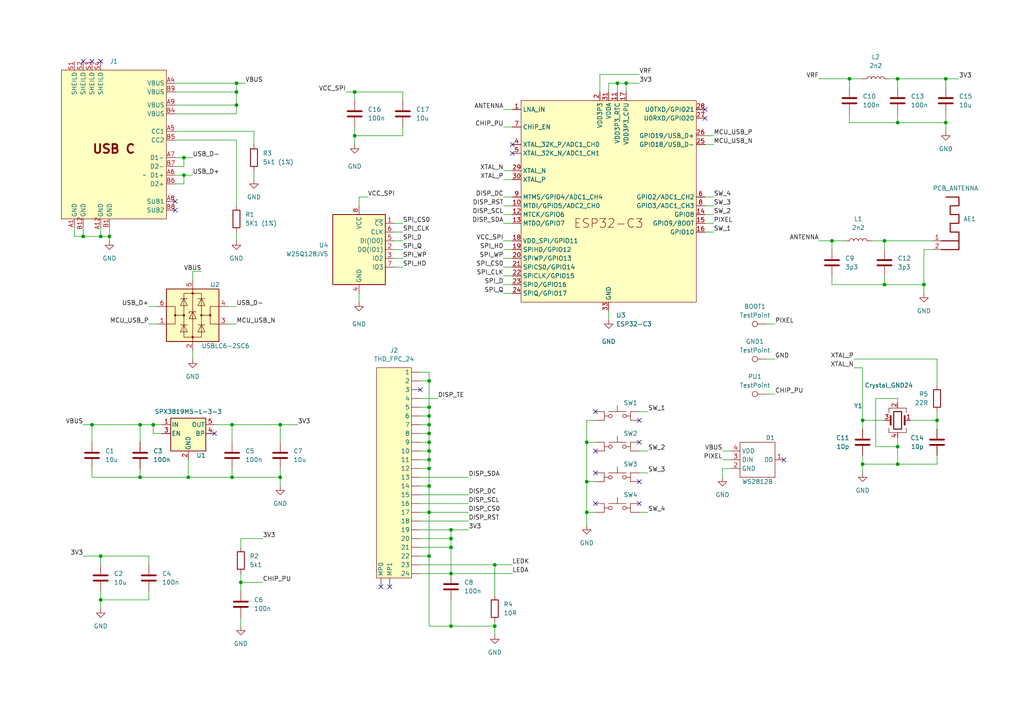
<source format=kicad_sch>
(kicad_sch (version 20230121) (generator eeschema)
  (paper "A4")
  (lib_symbols
    (symbol "Connector:TestPoint" (pin_numbers hide) (pin_names (offset 0.762) hide)
      (property "Reference" "TP" (at 0 6.858 0))
      (property "Value" "TestPoint" (at 0 5.08 0))
      (symbol "TestPoint_0_1"
        (circle (center 0 3.302) (radius 0.762))
      )
      (symbol "TestPoint_1_1"
        (pin passive line (at 0 0 90) (length 2.54) (name "1") (number "1"))
      )
    )
    (symbol "Device:C" (pin_numbers hide) (pin_names (offset 0.254))
      (property "Reference" "C" (at 0.635 2.54 0))
      (property "Value" "C" (at 0.635 -2.54 0))
      (symbol "C_0_1"
        (polyline (pts (xy -2.032 -0.762) (xy 2.032 -0.762)) (stroke (width 0.508)))
        (polyline (pts (xy -2.032 0.762) (xy 2.032 0.762)) (stroke (width 0.508)))
      )
      (symbol "C_1_1"
        (pin passive line (at 0 3.81 270) (length 2.794) (name "~") (number "1"))
        (pin passive line (at 0 -3.81 90) (length 2.794) (name "~") (number "2"))
      )
    )
    (symbol "Device:Crystal_GND24" (pin_names (offset 1.016) hide)
      (property "Reference" "Y" (at 3.175 5.08 0))
      (property "Value" "Crystal_GND24" (at 3.175 3.175 0))
      (symbol "Crystal_GND24_0_1"
        (rectangle (start -1.143 2.54) (end 1.143 -2.54) (stroke (width 0.3048)))
        (polyline (pts (xy -2.54 0) (xy -2.032 0)))
        (polyline (pts (xy -2.032 -1.27) (xy -2.032 1.27)) (stroke (width 0.508)))
        (polyline (pts (xy 0 -3.81) (xy 0 -3.556)))
        (polyline (pts (xy 0 3.556) (xy 0 3.81)))
        (polyline (pts (xy 2.032 -1.27) (xy 2.032 1.27)) (stroke (width 0.508)))
        (polyline (pts (xy 2.032 0) (xy 2.54 0)))
        (polyline (pts (xy -2.54 -2.286) (xy -2.54 -3.556) (xy 2.54 -3.556) (xy 2.54 -2.286)))
        (polyline (pts (xy -2.54 2.286) (xy -2.54 3.556) (xy 2.54 3.556) (xy 2.54 2.286)))
      )
      (symbol "Crystal_GND24_1_1"
        (pin passive line (at -3.81 0 0) (length 1.27) (name "1") (number "1"))
        (pin passive line (at 0 5.08 270) (length 1.27) (name "2") (number "2"))
        (pin passive line (at 3.81 0 180) (length 1.27) (name "3") (number "3"))
        (pin passive line (at 0 -5.08 90) (length 1.27) (name "4") (number "4"))
      )
    )
    (symbol "Device:L" (pin_numbers hide) (pin_names (offset 1.016) hide)
      (property "Reference" "L" (at -1.27 0 90))
      (property "Value" "L" (at 1.905 0 90))
      (symbol "L_0_1"
        (arc (start 0 -2.54) (mid 0.6323 -1.905) (end 0 -1.27))
        (arc (start 0 -1.27) (mid 0.6323 -0.635) (end 0 0))
        (arc (start 0 0) (mid 0.6323 0.635) (end 0 1.27))
        (arc (start 0 1.27) (mid 0.6323 1.905) (end 0 2.54))
      )
      (symbol "L_1_1"
        (pin passive line (at 0 3.81 270) (length 1.27) (name "1") (number "1"))
        (pin passive line (at 0 -3.81 90) (length 1.27) (name "2") (number "2"))
      )
    )
    (symbol "Device:R" (pin_numbers hide) (pin_names (offset 0))
      (property "Reference" "R" (at 2.032 0 90))
      (property "Value" "R" (at 0 0 90))
      (symbol "R_0_1"
        (rectangle (start -1.016 -2.54) (end 1.016 2.54) (stroke (width 0.254)))
      )
      (symbol "R_1_1"
        (pin passive line (at 0 3.81 270) (length 1.27) (name "~") (number "1"))
        (pin passive line (at 0 -3.81 90) (length 1.27) (name "~") (number "2"))
      )
    )
    (symbol "Firefly:PCB_ANTENNA" (in_bom no)
      (property "Reference" "AE" (at 0 0 0))
      (property "Value" "PCB_ANTENNA" (at 0 0 0))
      (symbol "PCB_ANTENNA_0_1"
        (polyline (pts (xy 0 -6.35) (xy -5.08 -6.35)) (stroke (width 0.3)))
        (polyline (pts (xy -2.54 -1.27) (xy -2.54 -3.81) (xy 0 -3.81)) (stroke (width 0.3)))
        (polyline (pts (xy 0 -3.81) (xy 0 -6.35) (xy 0 -8.89) (xy -5.08 -8.89)) (stroke (width 0.3)))
        (polyline (pts (xy -3.81 6.35) (xy 0 6.35) (xy 0 3.81) (xy -2.54 3.81) (xy -2.54 1.27) (xy 0 1.27) (xy 0 -1.27) (xy -2.54 -1.27)) (stroke (width 0.3)))
      )
      (symbol "PCB_ANTENNA_1_1"
        (pin input line (at -7.62 -6.35 0) (length 2.54) (name "") (number "1"))
        (pin input line (at -7.62 -8.89 0) (length 2.54) (name "") (number "2"))
      )
    )
    (symbol "Firefly:USB_C_SINK"
      (property "Reference" "J" (at 16.51 -17.78 0))
      (symbol "USB_C_SINK_1_1"
        (rectangle (start -15.24 22.86) (end 15.24 -20.32) (fill (type background)))
        (text "USB C" (at 0 0 0) (effects (font (size 2.54 2.54) bold)))
        (pin passive line (at -11.43 -22.86 90) (length 2.54) (name "GND") (number "A1"))
        (pin passive line (at -3.81 -22.86 90) (length 2.54) (name "GND") (number "A12"))
        (pin passive line (at 17.78 19.05 180) (length 2.54) (name "VBUS") (number "A4"))
        (pin bidirectional line (at 17.78 5.08 180) (length 2.54) (name "CC1") (number "A5"))
        (pin bidirectional line (at 17.78 -7.62 180) (length 2.54) (name "D1+") (number "A6"))
        (pin bidirectional line (at 17.78 -2.54 180) (length 2.54) (name "D1-") (number "A7"))
        (pin bidirectional line (at 17.78 -15.24 180) (length 2.54) (name "SUB1") (number "A8"))
        (pin bidirectional line (at 17.78 12.7 180) (length 2.54) (name "VBUS") (number "A9"))
        (pin passive line (at -1.27 -22.86 90) (length 2.54) (name "GND") (number "B1"))
        (pin passive line (at -8.89 -22.86 90) (length 2.54) (name "GND") (number "B12"))
        (pin bidirectional line (at 17.78 10.16 180) (length 2.54) (name "VBUS") (number "B4"))
        (pin bidirectional line (at 17.78 2.54 180) (length 2.54) (name "CC2") (number "B5"))
        (pin bidirectional line (at 17.78 -10.16 180) (length 2.54) (name "D2+") (number "B6"))
        (pin bidirectional line (at 17.78 -5.08 180) (length 2.54) (name "D2-") (number "B7"))
        (pin bidirectional line (at 17.78 -17.78 180) (length 2.54) (name "SUB2") (number "B8"))
        (pin passive line (at 17.78 16.51 180) (length 2.54) (name "VBUS") (number "B9"))
        (pin passive line (at -11.43 25.4 270) (length 2.54) (name "SHEILD") (number "S1"))
        (pin passive line (at -8.89 25.4 270) (length 2.54) (name "SHEILD") (number "S2"))
        (pin passive line (at -6.35 25.4 270) (length 2.54) (name "SHEILD") (number "S3"))
        (pin passive line (at -3.81 25.4 270) (length 2.54) (name "SHEILD") (number "S4"))
      )
    )
    (symbol "Memory_Flash:W25Q128JVS"
      (property "Reference" "U" (at -8.89 8.89 0))
      (property "Value" "W25Q128JVS" (at 7.62 8.89 0))
      (symbol "W25Q128JVS_0_1"
        (rectangle (start -7.62 10.16) (end 7.62 -10.16) (stroke (width 0.254)) (fill (type background)))
      )
      (symbol "W25Q128JVS_1_1"
        (pin input line (at -10.16 7.62 0) (length 2.54) (name "~{CS}") (number "1"))
        (pin bidirectional line (at -10.16 0 0) (length 2.54) (name "DO(IO1)") (number "2"))
        (pin bidirectional line (at -10.16 -2.54 0) (length 2.54) (name "IO2") (number "3"))
        (pin power_in line (at 0 -12.7 90) (length 2.54) (name "GND") (number "4"))
        (pin bidirectional line (at -10.16 2.54 0) (length 2.54) (name "DI(IO0)") (number "5"))
        (pin input line (at -10.16 5.08 0) (length 2.54) (name "CLK") (number "6"))
        (pin bidirectional line (at -10.16 -5.08 0) (length 2.54) (name "IO3") (number "7"))
        (pin power_in line (at 0 12.7 270) (length 2.54) (name "VCC") (number "8"))
      )
    )
    (symbol "PCM_Espressif:ESP32-C3"
      (property "Reference" "U" (at -25.4 35.56 0))
      (property "Value" "ESP32-C3" (at -25.4 33.02 0))
      (symbol "ESP32-C3_0_0"
        (text "ESP32-C3" (at 0 -5.08 0) (effects (font (size 2.54 2.54))))
        (pin bidirectional line (at -27.94 27.94 0) (length 2.54) (name "LNA_IN") (number "1"))
        (pin bidirectional line (at -27.94 0 0) (length 2.54) (name "MTDI/GPIO5/ADC2_CH0") (number "10"))
        (pin power_in line (at 2.54 33.02 270) (length 2.54) (name "VDD3P3_RTC") (number "11"))
        (pin bidirectional line (at -27.94 -2.54 0) (length 2.54) (name "MTCK/GPIO6") (number "12"))
        (pin bidirectional line (at -27.94 -5.08 0) (length 2.54) (name "MTDO/GPIO7") (number "13"))
        (pin bidirectional line (at 27.94 -2.54 180) (length 2.54) (name "GPIO8") (number "14"))
        (pin bidirectional line (at 27.94 -5.08 180) (length 2.54) (name "GPIO9/BOOT") (number "15"))
        (pin bidirectional line (at 27.94 -7.62 180) (length 2.54) (name "GPIO10") (number "16"))
        (pin power_in line (at 5.08 33.02 270) (length 2.54) (name "VDD3P3_CPU") (number "17"))
        (pin bidirectional line (at -27.94 -10.16 0) (length 2.54) (name "VDD_SPI/GPIO11") (number "18"))
        (pin bidirectional line (at -27.94 -12.7 0) (length 2.54) (name "SPIHD/GPIO12") (number "19"))
        (pin power_in line (at -2.54 33.02 270) (length 2.54) (name "VDD3P3") (number "2"))
        (pin bidirectional line (at -27.94 -15.24 0) (length 2.54) (name "SPIWP/GPIO13") (number "20"))
        (pin bidirectional line (at -27.94 -17.78 0) (length 2.54) (name "SPICS0/GPIO14") (number "21"))
        (pin bidirectional line (at -27.94 -20.32 0) (length 2.54) (name "SPICLK/GPIO15") (number "22"))
        (pin bidirectional line (at -27.94 -22.86 0) (length 2.54) (name "SPID/GPIO16") (number "23"))
        (pin bidirectional line (at -27.94 -25.4 0) (length 2.54) (name "SPIQ/GPIO17") (number "24"))
        (pin bidirectional line (at 27.94 17.78 180) (length 2.54) (name "GPIO18/USB_D-") (number "25"))
        (pin bidirectional line (at 27.94 20.32 180) (length 2.54) (name "GPIO19/USB_D+") (number "26"))
        (pin bidirectional line (at 27.94 25.4 180) (length 2.54) (name "U0RXD/GPIO20") (number "27"))
        (pin bidirectional line (at 27.94 27.94 180) (length 2.54) (name "U0TXD/GPIO21") (number "28"))
        (pin output line (at -27.94 10.16 0) (length 2.54) (name "XTAL_N") (number "29"))
        (pin input line (at -27.94 7.62 0) (length 2.54) (name "XTAL_P") (number "30"))
        (pin power_in line (at 0 33.02 270) (length 2.54) (name "VDDA") (number "31"))
        (pin power_in line (at 0 -30.48 90) (length 2.54) (name "GND") (number "33"))
        (pin output line (at -27.94 17.78 0) (length 2.54) (name "XTAL_32K_P/ADC1_CH0") (number "4"))
        (pin input line (at -27.94 15.24 0) (length 2.54) (name "XTAL_32K_N/ADC1_CH1") (number "5"))
        (pin bidirectional line (at 27.94 2.54 180) (length 2.54) (name "GPIO2/ADC1_CH2") (number "6"))
        (pin input line (at -27.94 22.86 0) (length 2.54) (name "CHIP_EN") (number "7"))
        (pin bidirectional line (at 27.94 0 180) (length 2.54) (name "GPIO3/ADC1_CH3") (number "8"))
        (pin bidirectional line (at -27.94 2.54 0) (length 2.54) (name "MTMS/GPIO4/ADC1_CH4") (number "9"))
      )
      (symbol "ESP32-C3_0_1"
        (rectangle (start -25.4 30.48) (end 25.4 -27.94) (fill (type background)))
        (pin passive line (at -2.54 33.02 270) (length 2.54) hide (name "VDD3P3") (number "3"))
        (pin passive line (at 0 33.02 270) (length 2.54) hide (name "VDDA") (number "32"))
      )
    )
    (symbol "Power_Protection:USBLC6-2SC6" (pin_names hide)
      (property "Reference" "U" (at 2.54 8.89 0))
      (property "Value" "USBLC6-2SC6" (at 2.54 -8.89 0))
      (symbol "USBLC6-2SC6_0_1"
        (rectangle (start -7.62 -7.62) (end 7.62 7.62) (stroke (width 0.254)) (fill (type background)))
        (circle (center -5.08 0) (radius 0.254) (fill (type outline)))
        (circle (center -2.54 0) (radius 0.254) (fill (type outline)))
        (rectangle (start -2.54 6.35) (end 2.54 -6.35))
        (circle (center 0 -6.35) (radius 0.254) (fill (type outline)))
        (polyline (pts (xy -5.08 -2.54) (xy -7.62 -2.54)))
        (polyline (pts (xy -5.08 0) (xy -5.08 -2.54)))
        (polyline (pts (xy -5.08 2.54) (xy -7.62 2.54)))
        (polyline (pts (xy -1.524 -2.794) (xy -3.556 -2.794)))
        (polyline (pts (xy -1.524 4.826) (xy -3.556 4.826)))
        (polyline (pts (xy 0 -7.62) (xy 0 -6.35)))
        (polyline (pts (xy 0 -6.35) (xy 0 1.27)))
        (polyline (pts (xy 0 1.27) (xy 0 6.35)))
        (polyline (pts (xy 0 6.35) (xy 0 7.62)))
        (polyline (pts (xy 1.524 -2.794) (xy 3.556 -2.794)))
        (polyline (pts (xy 1.524 4.826) (xy 3.556 4.826)))
        (polyline (pts (xy 5.08 -2.54) (xy 7.62 -2.54)))
        (polyline (pts (xy 5.08 0) (xy 5.08 -2.54)))
        (polyline (pts (xy 5.08 2.54) (xy 7.62 2.54)))
        (polyline (pts (xy -2.54 0) (xy -5.08 0) (xy -5.08 2.54)))
        (polyline (pts (xy 2.54 0) (xy 5.08 0) (xy 5.08 2.54)))
        (polyline (pts (xy -3.556 -4.826) (xy -1.524 -4.826) (xy -2.54 -2.794) (xy -3.556 -4.826)))
        (polyline (pts (xy -3.556 2.794) (xy -1.524 2.794) (xy -2.54 4.826) (xy -3.556 2.794)))
        (polyline (pts (xy -1.016 -1.016) (xy 1.016 -1.016) (xy 0 1.016) (xy -1.016 -1.016)))
        (polyline (pts (xy 1.016 1.016) (xy 0.762 1.016) (xy -1.016 1.016) (xy -1.016 0.508)))
        (polyline (pts (xy 3.556 -4.826) (xy 1.524 -4.826) (xy 2.54 -2.794) (xy 3.556 -4.826)))
        (polyline (pts (xy 3.556 2.794) (xy 1.524 2.794) (xy 2.54 4.826) (xy 3.556 2.794)))
        (circle (center 0 6.35) (radius 0.254) (fill (type outline)))
        (circle (center 2.54 0) (radius 0.254) (fill (type outline)))
        (circle (center 5.08 0) (radius 0.254) (fill (type outline)))
      )
      (symbol "USBLC6-2SC6_1_1"
        (pin passive line (at -10.16 -2.54 0) (length 2.54) (name "I/O1") (number "1"))
        (pin passive line (at 0 -10.16 90) (length 2.54) (name "GND") (number "2"))
        (pin passive line (at 10.16 -2.54 180) (length 2.54) (name "I/O2") (number "3"))
        (pin passive line (at 10.16 2.54 180) (length 2.54) (name "I/O2") (number "4"))
        (pin passive line (at 0 10.16 270) (length 2.54) (name "VBUS") (number "5"))
        (pin passive line (at -10.16 2.54 0) (length 2.54) (name "I/O1") (number "6"))
      )
    )
    (symbol "Regulator_Linear:SPX3819M5-L-3-3" (pin_names (offset 0.254))
      (property "Reference" "U" (at -3.81 5.715 0))
      (property "Value" "SPX3819M5-L-3-3" (at 0 5.715 0))
      (symbol "SPX3819M5-L-3-3_0_1"
        (rectangle (start -5.08 4.445) (end 5.08 -5.08) (stroke (width 0.254)) (fill (type background)))
      )
      (symbol "SPX3819M5-L-3-3_1_1"
        (pin power_in line (at -7.62 2.54 0) (length 2.54) (name "IN") (number "1"))
        (pin power_in line (at 0 -7.62 90) (length 2.54) (name "GND") (number "2"))
        (pin input line (at -7.62 0 0) (length 2.54) (name "EN") (number "3"))
        (pin input line (at 7.62 0 180) (length 2.54) (name "BP") (number "4"))
        (pin power_out line (at 7.62 2.54 180) (length 2.54) (name "OUT") (number "5"))
      )
    )
    (symbol "firefly:SW_tact_52x52" (pin_numbers hide) (pin_names hide)
      (property "Reference" "SW" (at 0 3.81 0))
      (property "Value" "SW_tact_52x52" (at 0 -3.81 0))
      (symbol "SW_tact_52x52_0_1"
        (circle (center -2.032 0) (radius 0.508))
        (polyline (pts (xy -3.81 0) (xy -2.54 0)))
        (polyline (pts (xy -3.81 1.27) (xy -3.81 -1.27)))
        (polyline (pts (xy 0 1.27) (xy 0 3.048)))
        (polyline (pts (xy 2.54 1.27) (xy -2.54 1.27)))
        (polyline (pts (xy 3.81 0) (xy 2.54 0)))
        (polyline (pts (xy 3.81 1.27) (xy 3.81 -1.27)))
        (circle (center 2.032 0) (radius 0.508))
        (pin passive line (at -6.35 1.27 0) (length 2.54) (name "1") (number "1"))
        (pin passive line (at 6.35 1.27 180) (length 2.54) (name "2") (number "2"))
        (pin passive line (at -6.35 -1.27 0) (length 2.54) (name "3") (number "3"))
        (pin passive line (at 6.35 -1.27 180) (length 2.54) (name "4") (number "4"))
      )
    )
    (symbol "firefly:THD_FPC_24" (pin_numbers hide)
      (property "Reference" "J" (at 3.81 0 0))
      (property "Value" "THD_FPC_24" (at 1.27 8.89 0))
      (symbol "THD_FPC_24_0_1"
        (rectangle (start -6.35 7.62) (end 3.81 -53.34) (fill (type background)))
      )
      (symbol "THD_FPC_24_1_1"
        (pin input line (at 6.35 6.35 180) (length 2.54) (name "1") (number "1"))
        (pin input line (at 6.35 -16.51 180) (length 2.54) (name "10") (number "10"))
        (pin input line (at 6.35 -19.05 180) (length 2.54) (name "11") (number "11"))
        (pin input line (at 6.35 -21.59 180) (length 2.54) (name "12") (number "12"))
        (pin input line (at 6.35 -24.13 180) (length 2.54) (name "13") (number "13"))
        (pin input line (at 6.35 -26.67 180) (length 2.54) (name "14") (number "14"))
        (pin input line (at 6.35 -29.21 180) (length 2.54) (name "15") (number "15"))
        (pin input line (at 6.35 -31.75 180) (length 2.54) (name "16") (number "16"))
        (pin input line (at 6.35 -34.29 180) (length 2.54) (name "17") (number "17"))
        (pin input line (at 6.35 -36.83 180) (length 2.54) (name "18") (number "18"))
        (pin input line (at 6.35 -39.37 180) (length 2.54) (name "19") (number "19"))
        (pin input line (at 6.35 3.81 180) (length 2.54) (name "2") (number "2"))
        (pin input line (at 6.35 -41.91 180) (length 2.54) (name "20") (number "20"))
        (pin input line (at 6.35 -44.45 180) (length 2.54) (name "21") (number "21"))
        (pin input line (at 6.35 -46.99 180) (length 2.54) (name "22") (number "22"))
        (pin input line (at 6.35 -49.53 180) (length 2.54) (name "23") (number "23"))
        (pin input line (at 6.35 -52.07 180) (length 2.54) (name "24") (number "24"))
        (pin input line (at 6.35 1.27 180) (length 2.54) (name "3") (number "3"))
        (pin input line (at 6.35 -1.27 180) (length 2.54) (name "4") (number "4"))
        (pin input line (at 6.35 -3.81 180) (length 2.54) (name "5") (number "5"))
        (pin input line (at 6.35 -6.35 180) (length 2.54) (name "6") (number "6"))
        (pin input line (at 6.35 -8.89 180) (length 2.54) (name "7") (number "7"))
        (pin input line (at 6.35 -11.43 180) (length 2.54) (name "8") (number "8"))
        (pin input line (at 6.35 -13.97 180) (length 2.54) (name "9") (number "9"))
        (pin passive line (at -5.08 -55.88 90) (length 2.54) (name "MP0") (number "MP0"))
        (pin passive line (at -2.54 -55.88 90) (length 2.54) (name "MP1") (number "MP1"))
      )
    )
    (symbol "firefly:WS2812B"
      (property "Reference" "D" (at 0 -6.35 0))
      (property "Value" "WS2812B" (at 0 6.35 0))
      (symbol "WS2812B_0_1"
        (rectangle (start -5.08 5.08) (end 5.08 -5.08))
      )
      (symbol "WS2812B_1_1"
        (pin output line (at 7.62 0 180) (length 2.54) (name "D0") (number "1"))
        (pin power_in line (at -7.62 -2.54 0) (length 2.54) (name "GND") (number "2"))
        (pin input line (at -7.62 0 0) (length 2.54) (name "DIN") (number "3"))
        (pin power_in line (at -7.62 2.54 0) (length 2.54) (name "VDD") (number "4"))
      )
    )
    (symbol "power:GND" (power) (pin_names (offset 0))
      (property "Value" "GND" (at 0 -3.81 0))
      (symbol "GND_0_1"
        (polyline (pts (xy 0 0) (xy 0 -1.27) (xy 1.27 -1.27) (xy 0 -2.54) (xy -1.27 -1.27) (xy 0 -1.27)))
      )
      (symbol "GND_1_1"
        (pin power_in line (at 0 0 270) (length 0) hide (name "GND") (number "1"))
      )
    )
  )
  (junction (at 271.78 121.92))
  (junction (at 241.3 69.85))
  (junction (at 274.32 22.86))
  (junction (at 40.64 123.19))
  (junction (at 130.81 166.37))
  (junction (at 256.54 82.55))
  (junction (at 40.64 138.43))
  (junction (at 170.18 139.7))
  (junction (at 181.61 24.13))
  (junction (at 260.35 129.54))
  (junction (at 130.81 156.21))
  (junction (at 246.38 22.86))
  (junction (at 29.21 161.29))
  (junction (at 102.87 39.37))
  (junction (at 44.45 123.19))
  (junction (at 250.19 134.62))
  (junction (at 170.18 128.27))
  (junction (at 31.75 68.58))
  (junction (at 68.58 26.67))
  (junction (at 81.28 123.19))
  (junction (at 124.46 120.65))
  (junction (at 69.85 168.91))
  (junction (at 124.46 133.35))
  (junction (at 124.46 123.19))
  (junction (at 143.51 163.83))
  (junction (at 54.61 138.43))
  (junction (at 102.87 26.67))
  (junction (at 29.21 173.99))
  (junction (at 53.34 50.8))
  (junction (at 260.35 22.86))
  (junction (at 130.81 158.75))
  (junction (at 256.54 69.85))
  (junction (at 81.28 138.43))
  (junction (at 124.46 128.27))
  (junction (at 124.46 140.97))
  (junction (at 24.13 68.58))
  (junction (at 143.51 181.61))
  (junction (at 67.31 123.19))
  (junction (at 130.81 153.67))
  (junction (at 68.58 30.48))
  (junction (at 267.97 82.55))
  (junction (at 179.07 24.13))
  (junction (at 124.46 118.11))
  (junction (at 53.34 45.72))
  (junction (at 274.32 35.56))
  (junction (at 130.81 181.61))
  (junction (at 260.35 35.56))
  (junction (at 29.21 68.58))
  (junction (at 68.58 24.13))
  (junction (at 124.46 110.49))
  (junction (at 124.46 161.29))
  (junction (at 250.19 121.92))
  (junction (at 170.18 148.59))
  (junction (at 124.46 130.81))
  (junction (at 260.35 134.62))
  (junction (at 124.46 135.89))
  (junction (at 67.31 138.43))
  (junction (at 124.46 148.59))
  (junction (at 124.46 125.73))
  (junction (at 26.67 123.19))
  (no_connect (at 172.72 137.16))
  (no_connect (at 148.59 41.91))
  (no_connect (at 185.42 121.92))
  (no_connect (at 121.92 113.03))
  (no_connect (at 204.47 31.75))
  (no_connect (at 50.8 60.96))
  (no_connect (at 24.13 17.78))
  (no_connect (at 185.42 139.7))
  (no_connect (at 185.42 146.05))
  (no_connect (at 172.72 146.05))
  (no_connect (at 172.72 130.81))
  (no_connect (at 113.03 170.18))
  (no_connect (at 227.33 133.35))
  (no_connect (at 50.8 58.42))
  (no_connect (at 172.72 119.38))
  (no_connect (at 110.49 170.18))
  (no_connect (at 29.21 17.78))
  (no_connect (at 62.23 125.73))
  (no_connect (at 148.59 44.45))
  (no_connect (at 26.67 17.78))
  (no_connect (at 185.42 128.27))
  (no_connect (at 204.47 34.29))
  (wire (pts (xy 69.85 166.37) (xy 69.85 168.91)))
  (wire (pts (xy 204.47 41.91) (xy 207.01 41.91)))
  (wire (pts (xy 146.05 69.85) (xy 148.59 69.85)))
  (wire (pts (xy 170.18 128.27) (xy 172.72 128.27)))
  (wire (pts (xy 121.92 166.37) (xy 130.81 166.37)))
  (wire (pts (xy 185.42 137.16) (xy 187.96 137.16)))
  (wire (pts (xy 121.92 135.89) (xy 124.46 135.89)))
  (wire (pts (xy 179.07 24.13) (xy 179.07 26.67)))
  (wire (pts (xy 43.18 163.83) (xy 43.18 161.29)))
  (wire (pts (xy 67.31 135.89) (xy 67.31 138.43)))
  (wire (pts (xy 114.3 69.85) (xy 116.84 69.85)))
  (wire (pts (xy 121.92 115.57) (xy 127 115.57)))
  (wire (pts (xy 31.75 66.04) (xy 31.75 68.58)))
  (wire (pts (xy 143.51 181.61) (xy 143.51 184.15)))
  (wire (pts (xy 67.31 123.19) (xy 62.23 123.19)))
  (wire (pts (xy 204.47 39.37) (xy 207.01 39.37)))
  (wire (pts (xy 121.92 133.35) (xy 124.46 133.35)))
  (wire (pts (xy 50.8 38.1) (xy 73.66 38.1)))
  (wire (pts (xy 146.05 82.55) (xy 148.59 82.55)))
  (wire (pts (xy 102.87 36.83) (xy 102.87 39.37)))
  (wire (pts (xy 170.18 139.7) (xy 172.72 139.7)))
  (wire (pts (xy 55.88 78.74) (xy 58.42 78.74)))
  (wire (pts (xy 24.13 66.04) (xy 24.13 68.58)))
  (wire (pts (xy 50.8 30.48) (xy 68.58 30.48)))
  (wire (pts (xy 124.46 128.27) (xy 124.46 130.81)))
  (wire (pts (xy 209.55 135.89) (xy 209.55 138.43)))
  (wire (pts (xy 69.85 156.21) (xy 76.2 156.21)))
  (wire (pts (xy 146.05 64.77) (xy 148.59 64.77)))
  (wire (pts (xy 53.34 45.72) (xy 55.88 45.72)))
  (wire (pts (xy 271.78 132.08) (xy 271.78 134.62)))
  (wire (pts (xy 124.46 161.29) (xy 124.46 181.61)))
  (wire (pts (xy 40.64 135.89) (xy 40.64 138.43)))
  (wire (pts (xy 68.58 59.69) (xy 68.58 40.64)))
  (wire (pts (xy 81.28 123.19) (xy 67.31 123.19)))
  (wire (pts (xy 26.67 135.89) (xy 26.67 138.43)))
  (wire (pts (xy 124.46 118.11) (xy 124.46 120.65)))
  (wire (pts (xy 176.53 24.13) (xy 179.07 24.13)))
  (wire (pts (xy 260.35 115.57) (xy 254 115.57)))
  (wire (pts (xy 29.21 68.58) (xy 31.75 68.58)))
  (wire (pts (xy 146.05 77.47) (xy 148.59 77.47)))
  (wire (pts (xy 26.67 123.19) (xy 40.64 123.19)))
  (wire (pts (xy 121.92 110.49) (xy 124.46 110.49)))
  (wire (pts (xy 274.32 35.56) (xy 274.32 33.02)))
  (wire (pts (xy 114.3 67.31) (xy 116.84 67.31)))
  (wire (pts (xy 81.28 135.89) (xy 81.28 138.43)))
  (wire (pts (xy 69.85 168.91) (xy 69.85 171.45)))
  (wire (pts (xy 124.46 123.19) (xy 124.46 125.73)))
  (wire (pts (xy 124.46 110.49) (xy 124.46 118.11)))
  (wire (pts (xy 29.21 66.04) (xy 29.21 68.58)))
  (wire (pts (xy 121.92 156.21) (xy 130.81 156.21)))
  (wire (pts (xy 67.31 123.19) (xy 67.31 128.27)))
  (wire (pts (xy 43.18 161.29) (xy 29.21 161.29)))
  (wire (pts (xy 54.61 133.35) (xy 54.61 138.43)))
  (wire (pts (xy 24.13 68.58) (xy 29.21 68.58)))
  (wire (pts (xy 68.58 40.64) (xy 50.8 40.64)))
  (wire (pts (xy 274.32 22.86) (xy 278.13 22.86)))
  (wire (pts (xy 241.3 82.55) (xy 256.54 82.55)))
  (wire (pts (xy 130.81 166.37) (xy 148.59 166.37)))
  (wire (pts (xy 24.13 161.29) (xy 29.21 161.29)))
  (wire (pts (xy 124.46 135.89) (xy 124.46 140.97)))
  (wire (pts (xy 237.49 22.86) (xy 246.38 22.86)))
  (wire (pts (xy 50.8 50.8) (xy 53.34 50.8)))
  (wire (pts (xy 143.51 180.34) (xy 143.51 181.61)))
  (wire (pts (xy 254 115.57) (xy 254 129.54)))
  (wire (pts (xy 170.18 121.92) (xy 170.18 128.27)))
  (wire (pts (xy 53.34 48.26) (xy 53.34 45.72)))
  (wire (pts (xy 121.92 161.29) (xy 124.46 161.29)))
  (wire (pts (xy 130.81 173.99) (xy 130.81 181.61)))
  (wire (pts (xy 26.67 138.43) (xy 40.64 138.43)))
  (wire (pts (xy 185.42 148.59) (xy 187.96 148.59)))
  (wire (pts (xy 40.64 123.19) (xy 44.45 123.19)))
  (wire (pts (xy 170.18 148.59) (xy 170.18 152.4)))
  (wire (pts (xy 146.05 49.53) (xy 148.59 49.53)))
  (wire (pts (xy 247.65 104.14) (xy 271.78 104.14)))
  (wire (pts (xy 44.45 123.19) (xy 44.45 125.73)))
  (wire (pts (xy 55.88 101.6) (xy 55.88 104.14)))
  (wire (pts (xy 116.84 26.67) (xy 116.84 29.21)))
  (wire (pts (xy 121.92 123.19) (xy 124.46 123.19)))
  (wire (pts (xy 146.05 57.15) (xy 148.59 57.15)))
  (wire (pts (xy 143.51 181.61) (xy 130.81 181.61)))
  (wire (pts (xy 143.51 163.83) (xy 143.51 172.72)))
  (wire (pts (xy 271.78 134.62) (xy 260.35 134.62)))
  (wire (pts (xy 50.8 45.72) (xy 53.34 45.72)))
  (wire (pts (xy 68.58 24.13) (xy 68.58 26.67)))
  (wire (pts (xy 121.92 130.81) (xy 124.46 130.81)))
  (wire (pts (xy 270.51 72.39) (xy 267.97 72.39)))
  (wire (pts (xy 267.97 72.39) (xy 267.97 82.55)))
  (wire (pts (xy 29.21 161.29) (xy 29.21 163.83)))
  (wire (pts (xy 185.42 119.38) (xy 187.96 119.38)))
  (wire (pts (xy 73.66 38.1) (xy 73.66 41.91)))
  (wire (pts (xy 69.85 168.91) (xy 76.2 168.91)))
  (wire (pts (xy 204.47 64.77) (xy 207.01 64.77)))
  (wire (pts (xy 260.35 127) (xy 260.35 129.54)))
  (wire (pts (xy 124.46 140.97) (xy 124.46 148.59)))
  (wire (pts (xy 222.25 93.98) (xy 224.79 93.98)))
  (wire (pts (xy 256.54 69.85) (xy 270.51 69.85)))
  (wire (pts (xy 124.46 107.95) (xy 124.46 110.49)))
  (wire (pts (xy 66.04 88.9) (xy 68.58 88.9)))
  (wire (pts (xy 130.81 153.67) (xy 135.89 153.67)))
  (wire (pts (xy 124.46 130.81) (xy 124.46 133.35)))
  (wire (pts (xy 204.47 57.15) (xy 207.01 57.15)))
  (wire (pts (xy 143.51 163.83) (xy 148.59 163.83)))
  (wire (pts (xy 250.19 124.46) (xy 250.19 121.92)))
  (wire (pts (xy 124.46 148.59) (xy 135.89 148.59)))
  (wire (pts (xy 46.99 125.73) (xy 44.45 125.73)))
  (wire (pts (xy 250.19 106.68) (xy 250.19 121.92)))
  (wire (pts (xy 67.31 138.43) (xy 54.61 138.43)))
  (wire (pts (xy 81.28 123.19) (xy 86.36 123.19)))
  (wire (pts (xy 130.81 156.21) (xy 130.81 158.75)))
  (wire (pts (xy 50.8 24.13) (xy 68.58 24.13)))
  (wire (pts (xy 250.19 121.92) (xy 256.54 121.92)))
  (wire (pts (xy 246.38 33.02) (xy 246.38 35.56)))
  (wire (pts (xy 181.61 24.13) (xy 185.42 24.13)))
  (wire (pts (xy 50.8 33.02) (xy 68.58 33.02)))
  (wire (pts (xy 170.18 128.27) (xy 170.18 139.7)))
  (wire (pts (xy 146.05 62.23) (xy 148.59 62.23)))
  (wire (pts (xy 173.99 26.67) (xy 173.99 21.59)))
  (wire (pts (xy 31.75 68.58) (xy 31.75 69.85)))
  (wire (pts (xy 50.8 53.34) (xy 53.34 53.34)))
  (wire (pts (xy 121.92 128.27) (xy 124.46 128.27)))
  (wire (pts (xy 267.97 82.55) (xy 256.54 82.55)))
  (wire (pts (xy 246.38 22.86) (xy 246.38 25.4)))
  (wire (pts (xy 274.32 25.4) (xy 274.32 22.86)))
  (wire (pts (xy 256.54 69.85) (xy 256.54 72.39)))
  (wire (pts (xy 260.35 22.86) (xy 260.35 25.4)))
  (wire (pts (xy 260.35 35.56) (xy 274.32 35.56)))
  (wire (pts (xy 204.47 59.69) (xy 207.01 59.69)))
  (wire (pts (xy 116.84 39.37) (xy 102.87 39.37)))
  (wire (pts (xy 68.58 26.67) (xy 68.58 30.48)))
  (wire (pts (xy 40.64 123.19) (xy 40.64 128.27)))
  (wire (pts (xy 146.05 52.07) (xy 148.59 52.07)))
  (wire (pts (xy 43.18 171.45) (xy 43.18 173.99)))
  (wire (pts (xy 68.58 24.13) (xy 71.12 24.13)))
  (wire (pts (xy 44.45 123.19) (xy 46.99 123.19)))
  (wire (pts (xy 124.46 148.59) (xy 124.46 161.29)))
  (wire (pts (xy 250.19 134.62) (xy 250.19 137.16)))
  (wire (pts (xy 68.58 30.48) (xy 68.58 33.02)))
  (wire (pts (xy 50.8 26.67) (xy 68.58 26.67)))
  (wire (pts (xy 256.54 80.01) (xy 256.54 82.55)))
  (wire (pts (xy 114.3 77.47) (xy 116.84 77.47)))
  (wire (pts (xy 121.92 148.59) (xy 124.46 148.59)))
  (wire (pts (xy 204.47 67.31) (xy 207.01 67.31)))
  (wire (pts (xy 250.19 132.08) (xy 250.19 134.62)))
  (wire (pts (xy 209.55 130.81) (xy 212.09 130.81)))
  (wire (pts (xy 104.14 59.69) (xy 104.14 57.15)))
  (wire (pts (xy 146.05 74.93) (xy 148.59 74.93)))
  (wire (pts (xy 247.65 106.68) (xy 250.19 106.68)))
  (wire (pts (xy 21.59 66.04) (xy 21.59 68.58)))
  (wire (pts (xy 73.66 49.53) (xy 73.66 52.07)))
  (wire (pts (xy 271.78 104.14) (xy 271.78 111.76)))
  (wire (pts (xy 130.81 153.67) (xy 130.81 156.21)))
  (wire (pts (xy 55.88 81.28) (xy 55.88 78.74)))
  (wire (pts (xy 179.07 24.13) (xy 181.61 24.13)))
  (wire (pts (xy 222.25 114.3) (xy 224.79 114.3)))
  (wire (pts (xy 114.3 74.93) (xy 116.84 74.93)))
  (wire (pts (xy 170.18 148.59) (xy 172.72 148.59)))
  (wire (pts (xy 121.92 138.43) (xy 135.89 138.43)))
  (wire (pts (xy 176.53 26.67) (xy 176.53 24.13)))
  (wire (pts (xy 121.92 118.11) (xy 124.46 118.11)))
  (wire (pts (xy 204.47 62.23) (xy 207.01 62.23)))
  (wire (pts (xy 212.09 135.89) (xy 209.55 135.89)))
  (wire (pts (xy 121.92 163.83) (xy 143.51 163.83)))
  (wire (pts (xy 274.32 35.56) (xy 274.32 38.1)))
  (wire (pts (xy 114.3 64.77) (xy 116.84 64.77)))
  (wire (pts (xy 267.97 82.55) (xy 267.97 85.09)))
  (wire (pts (xy 29.21 171.45) (xy 29.21 173.99)))
  (wire (pts (xy 121.92 140.97) (xy 124.46 140.97)))
  (wire (pts (xy 170.18 139.7) (xy 170.18 148.59)))
  (wire (pts (xy 53.34 50.8) (xy 55.88 50.8)))
  (wire (pts (xy 271.78 121.92) (xy 271.78 124.46)))
  (wire (pts (xy 181.61 24.13) (xy 181.61 26.67)))
  (wire (pts (xy 173.99 21.59) (xy 185.42 21.59)))
  (wire (pts (xy 121.92 125.73) (xy 124.46 125.73)))
  (wire (pts (xy 146.05 36.83) (xy 148.59 36.83)))
  (wire (pts (xy 250.19 22.86) (xy 246.38 22.86)))
  (wire (pts (xy 246.38 35.56) (xy 260.35 35.56)))
  (wire (pts (xy 116.84 36.83) (xy 116.84 39.37)))
  (wire (pts (xy 130.81 158.75) (xy 130.81 166.37)))
  (wire (pts (xy 209.55 133.35) (xy 212.09 133.35)))
  (wire (pts (xy 124.46 120.65) (xy 124.46 123.19)))
  (wire (pts (xy 24.13 123.19) (xy 26.67 123.19)))
  (wire (pts (xy 66.04 93.98) (xy 68.58 93.98)))
  (wire (pts (xy 222.25 104.14) (xy 224.79 104.14)))
  (wire (pts (xy 114.3 72.39) (xy 116.84 72.39)))
  (wire (pts (xy 264.16 121.92) (xy 271.78 121.92)))
  (wire (pts (xy 29.21 173.99) (xy 29.21 176.53)))
  (wire (pts (xy 121.92 158.75) (xy 130.81 158.75)))
  (wire (pts (xy 81.28 138.43) (xy 81.28 140.97)))
  (wire (pts (xy 121.92 143.51) (xy 135.89 143.51)))
  (wire (pts (xy 104.14 85.09) (xy 104.14 87.63)))
  (wire (pts (xy 124.46 133.35) (xy 124.46 135.89)))
  (wire (pts (xy 69.85 158.75) (xy 69.85 156.21)))
  (wire (pts (xy 50.8 48.26) (xy 53.34 48.26)))
  (wire (pts (xy 146.05 31.75) (xy 148.59 31.75)))
  (wire (pts (xy 69.85 179.07) (xy 69.85 181.61)))
  (wire (pts (xy 53.34 53.34) (xy 53.34 50.8)))
  (wire (pts (xy 121.92 107.95) (xy 124.46 107.95)))
  (wire (pts (xy 121.92 120.65) (xy 124.46 120.65)))
  (wire (pts (xy 146.05 59.69) (xy 148.59 59.69)))
  (wire (pts (xy 252.73 69.85) (xy 256.54 69.85)))
  (wire (pts (xy 146.05 85.09) (xy 148.59 85.09)))
  (wire (pts (xy 102.87 26.67) (xy 116.84 26.67)))
  (wire (pts (xy 237.49 69.85) (xy 241.3 69.85)))
  (wire (pts (xy 130.81 181.61) (xy 124.46 181.61)))
  (wire (pts (xy 241.3 80.01) (xy 241.3 82.55)))
  (wire (pts (xy 185.42 130.81) (xy 187.96 130.81)))
  (wire (pts (xy 102.87 26.67) (xy 102.87 29.21)))
  (wire (pts (xy 274.32 22.86) (xy 260.35 22.86)))
  (wire (pts (xy 81.28 138.43) (xy 67.31 138.43)))
  (wire (pts (xy 146.05 72.39) (xy 148.59 72.39)))
  (wire (pts (xy 260.35 116.84) (xy 260.35 115.57)))
  (wire (pts (xy 241.3 69.85) (xy 241.3 72.39)))
  (wire (pts (xy 43.18 173.99) (xy 29.21 173.99)))
  (wire (pts (xy 26.67 123.19) (xy 26.67 128.27)))
  (wire (pts (xy 121.92 153.67) (xy 130.81 153.67)))
  (wire (pts (xy 254 129.54) (xy 260.35 129.54)))
  (wire (pts (xy 260.35 134.62) (xy 250.19 134.62)))
  (wire (pts (xy 121.92 151.13) (xy 135.89 151.13)))
  (wire (pts (xy 260.35 129.54) (xy 260.35 134.62)))
  (wire (pts (xy 121.92 146.05) (xy 135.89 146.05)))
  (wire (pts (xy 100.33 26.67) (xy 102.87 26.67)))
  (wire (pts (xy 170.18 121.92) (xy 172.72 121.92)))
  (wire (pts (xy 81.28 128.27) (xy 81.28 123.19)))
  (wire (pts (xy 260.35 33.02) (xy 260.35 35.56)))
  (wire (pts (xy 176.53 90.17) (xy 176.53 92.71)))
  (wire (pts (xy 102.87 39.37) (xy 102.87 41.91)))
  (wire (pts (xy 43.18 93.98) (xy 45.72 93.98)))
  (wire (pts (xy 260.35 22.86) (xy 257.81 22.86)))
  (wire (pts (xy 54.61 138.43) (xy 40.64 138.43)))
  (wire (pts (xy 43.18 88.9) (xy 45.72 88.9)))
  (wire (pts (xy 241.3 69.85) (xy 245.11 69.85)))
  (wire (pts (xy 68.58 67.31) (xy 68.58 69.85)))
  (wire (pts (xy 21.59 68.58) (xy 24.13 68.58)))
  (wire (pts (xy 104.14 57.15) (xy 106.68 57.15)))
  (wire (pts (xy 146.05 80.01) (xy 148.59 80.01)))
  (wire (pts (xy 124.46 125.73) (xy 124.46 128.27)))
  (wire (pts (xy 271.78 121.92) (xy 271.78 119.38)))
  (label "VRF" (at 185.42 21.59 0))
  (label "DISP_SCL" (at 135.89 146.05 0))
  (label "DISP_CS0" (at 135.89 148.59 0))
  (label "DISP_SCL" (at 146.05 62.23 180))
  (label "DISP_SDA" (at 146.05 64.77 180))
  (label "3V3" (at 185.42 24.13 0))
  (label "VCC_SPI" (at 106.68 57.15 0))
  (label "VBUS" (at 58.42 78.74 180))
  (label "XTAL_N" (at 146.05 49.53 180))
  (label "SW_4" (at 187.96 148.59 0))
  (label "SPI_HD" (at 116.84 77.47 0))
  (label "VBUS" (at 209.55 130.81 180))
  (label "MCU_USB_P" (at 207.01 39.37 0))
  (label "XTAL_P" (at 146.05 52.07 180))
  (label "3V3" (at 24.13 161.29 180))
  (label "XTAL_P" (at 247.65 104.14 180))
  (label "SW_3" (at 187.96 137.16 0))
  (label "MCU_USB_N" (at 68.58 93.98 0))
  (label "SPI_D" (at 146.05 82.55 180))
  (label "ANTENNA" (at 146.05 31.75 180))
  (label "SPI_WP" (at 116.84 74.93 0))
  (label "DISP_TE" (at 127 115.57 0))
  (label "CHIP_PU" (at 76.2 168.91 0))
  (label "DISP_RST" (at 146.05 59.69 180))
  (label "SW_3" (at 207.01 59.69 0))
  (label "DISP_SDA" (at 135.89 138.43 0))
  (label "SW_1" (at 187.96 119.38 0))
  (label "XTAL_N" (at 247.65 106.68 180))
  (label "3V3" (at 278.13 22.86 0))
  (label "VCC_SPI" (at 100.33 26.67 180))
  (label "ANTENNA" (at 237.49 69.85 180))
  (label "GND" (at 224.79 104.14 0))
  (label "SPI_Q" (at 116.84 72.39 0))
  (label "SPI_CLK" (at 116.84 67.31 0))
  (label "CHIP_PU" (at 146.05 36.83 180))
  (label "VCC_SPI" (at 146.05 69.85 180))
  (label "VBUS" (at 24.13 123.19 180))
  (label "SPI_CS0" (at 146.05 77.47 180))
  (label "3V3" (at 76.2 156.21 0))
  (label "VRF" (at 237.49 22.86 180))
  (label "MCU_USB_N" (at 207.01 41.91 0))
  (label "SPI_CS0" (at 116.84 64.77 0))
  (label "PIXEL" (at 209.55 133.35 180))
  (label "USB_D+" (at 55.88 50.8 0))
  (label "PIXEL" (at 207.01 64.77 0))
  (label "DISP_DC" (at 146.05 57.15 180))
  (label "SW_2" (at 187.96 130.81 0))
  (label "3V3" (at 86.36 123.19 0))
  (label "3V3" (at 135.89 153.67 0))
  (label "SW_4" (at 207.01 57.15 0))
  (label "SPI_CLK" (at 146.05 80.01 180))
  (label "USB_D-" (at 55.88 45.72 0))
  (label "SW_1" (at 207.01 67.31 0))
  (label "SPI_D" (at 116.84 69.85 0))
  (label "LEDK" (at 148.59 163.83 0))
  (label "SPI_HD" (at 146.05 72.39 180))
  (label "DISP_DC" (at 135.89 143.51 0))
  (label "USB_D+" (at 43.18 88.9 180))
  (label "SW_2" (at 207.01 62.23 0))
  (label "USB_D-" (at 68.58 88.9 0))
  (label "CHIP_PU" (at 224.79 114.3 0))
  (label "VBUS" (at 71.12 24.13 0))
  (label "PIXEL" (at 224.79 93.98 0))
  (label "SPI_WP" (at 146.05 74.93 180))
  (label "DISP_RST" (at 135.89 151.13 0))
  (label "MCU_USB_P" (at 43.18 93.98 180))
  (label "LEDA" (at 148.59 166.37 0))
  (label "SPI_Q" (at 146.05 85.09 180))
  (symbol (lib_id "Device:R") (at 271.78 115.57 0) (mirror y) (unit 1)
    (property "Reference" "R5" (at 269.24 114.2999 0) (effects (justify left)))
    (property "Value" "22R" (at 269.24 116.8399 0) (effects (justify left)))
    (property "Footprint" "Resistor_SMD:R_0201_0603Metric" (effects hide))
  )
  (symbol (lib_id "power:GND") (at 102.87 41.91 0) (unit 1)
    (property "Reference" "#PWR016" (effects hide))
    (property "Value" "GND" (at 102.87 48.26 0))
  )
  (symbol (lib_id "power:GND") (at 143.51 184.15 0) (unit 1)
    (property "Reference" "#PWR07" (effects hide))
    (property "Value" "GND" (at 143.51 189.23 0))
  )
  (symbol (lib_id "Device:C") (at 26.67 132.08 0) (unit 1)
    (property "Reference" "C1" (at 30.48 130.8099 0) (effects (justify left)))
    (property "Value" "10u" (at 30.48 133.3499 0) (effects (justify left)))
    (property "Footprint" "Capacitor_SMD:C_0201_0603Metric" (effects hide))
  )
  (symbol (lib_id "firefly:SW_tact_52x52") (at 179.07 147.32 0) (unit 1)
    (property "Reference" "SW4" (at 182.88 143.51 0))
    (property "Value" "SW_tact_52x52" (effects hide))
    (property "Footprint" "firefly:SW_tact_52x52" (effects hide))
    (property "MPN" "C318884" (effects hide))
  )
  (symbol (lib_id "Device:C") (at 130.81 170.18 0) (unit 1)
    (property "Reference" "C8" (at 134.62 168.9099 0) (effects (justify left)))
    (property "Value" "100n" (at 134.62 171.4499 0) (effects (justify left)))
    (property "Footprint" "Capacitor_SMD:C_0201_0603Metric" (effects hide))
  )
  (symbol (lib_id "power:GND") (at 81.28 140.97 0) (unit 1)
    (property "Reference" "#PWR05" (effects hide))
    (property "Value" "GND" (at 81.28 146.05 0))
  )
  (symbol (lib_id "Device:C") (at 256.54 76.2 0) (unit 1)
    (property "Reference" "C12" (at 260.35 74.9299 0) (effects (justify left)))
    (property "Value" "3p3" (at 260.35 77.4699 0) (effects (justify left)))
    (property "Footprint" "Capacitor_SMD:C_0201_0603Metric" (effects hide))
  )
  (symbol (lib_id "power:GND") (at 267.97 85.09 0) (unit 1)
    (property "Reference" "#PWR012" (effects hide))
    (property "Value" "GND" (at 267.97 90.17 0))
  )
  (symbol (lib_id "power:GND") (at 176.53 92.71 0) (unit 1)
    (property "Reference" "#PWR09" (effects hide))
    (property "Value" "GND" (at 176.53 99.06 0))
  )
  (symbol (lib_id "power:GND") (at 31.75 69.85 0) (unit 1)
    (property "Reference" "#PWR02" (effects hide))
    (property "Value" "GND" (at 31.75 74.93 0))
  )
  (symbol (lib_id "Connector:TestPoint") (at 222.25 104.14 90) (unit 1)
    (property "Reference" "GND1" (at 218.948 99.06 90))
    (property "Value" "TestPoint" (at 218.948 101.6 90))
    (property "Footprint" "TestPoint:TestPoint_Pad_1.5x1.5mm" (effects hide))
  )
  (symbol (lib_id "firefly:THD_FPC_24") (at 115.57 114.3 0) (unit 1)
    (property "Reference" "J2" (at 114.3 101.6 0))
    (property "Value" "THD_FPC_24" (at 114.3 104.14 0))
    (property "Footprint" "firefly:THD_FPC_24" (effects hide))
  )
  (symbol (lib_id "Device:C") (at 271.78 128.27 0) (mirror y) (unit 1)
    (property "Reference" "C14" (at 267.97 126.9999 0) (effects (justify left)))
    (property "Value" "10p" (at 267.97 129.5399 0) (effects (justify left)))
    (property "Footprint" "Capacitor_SMD:C_0201_0603Metric" (effects hide))
  )
  (symbol (lib_id "Connector:TestPoint") (at 222.25 114.3 90) (unit 1)
    (property "Reference" "PU1" (at 218.948 109.22 90))
    (property "Value" "TestPoint" (at 218.948 111.76 90))
    (property "Footprint" "TestPoint:TestPoint_Pad_1.5x1.5mm" (effects hide))
  )
  (symbol (lib_id "Device:C") (at 246.38 29.21 0) (unit 1)
    (property "Reference" "C10" (at 250.19 27.9399 0) (effects (justify left)))
    (property "Value" "100n" (at 250.19 30.4799 0) (effects (justify left)))
    (property "Footprint" "Capacitor_SMD:C_0201_0603Metric" (effects hide))
  )
  (symbol (lib_id "Device:C") (at 260.35 29.21 0) (unit 1)
    (property "Reference" "C13" (at 264.16 27.9399 0) (effects (justify left)))
    (property "Value" "100n" (at 264.16 30.4799 0) (effects (justify left)))
    (property "Footprint" "Capacitor_SMD:C_0201_0603Metric" (effects hide))
  )
  (symbol (lib_id "Device:R") (at 73.66 45.72 180) (unit 1)
    (property "Reference" "R3" (at 76.2 44.45 0) (effects (justify right)))
    (property "Value" "5k1 (1%)" (at 76.2 46.99 0) (effects (justify right)))
    (property "Footprint" "Resistor_SMD:R_0201_0603Metric" (effects hide))
  )
  (symbol (lib_id "Device:C") (at 67.31 132.08 0) (unit 1)
    (property "Reference" "C5" (at 71.12 130.8099 0) (effects (justify left)))
    (property "Value" "100n" (at 71.12 133.3499 0) (effects (justify left)))
    (property "Footprint" "Capacitor_SMD:C_0201_0603Metric" (effects hide))
  )
  (symbol (lib_id "Device:L") (at 254 22.86 90) (unit 1)
    (property "Reference" "L2" (at 254 16.51 90))
    (property "Value" "2n2" (at 254 19.05 90))
    (property "Footprint" "Inductor_SMD:L_0201_0603Metric" (effects hide))
  )
  (symbol (lib_id "Device:C") (at 116.84 33.02 0) (unit 1)
    (property "Reference" "C17" (at 120.65 31.75 0) (effects (justify left)))
    (property "Value" "10u" (at 120.65 34.29 0) (effects (justify left)))
    (property "Footprint" "Capacitor_SMD:C_0201_0603Metric" (effects hide))
  )
  (symbol (lib_id "power:GND") (at 55.88 104.14 0) (unit 1)
    (property "Reference" "#PWR03" (effects hide))
    (property "Value" "GND" (at 55.88 109.22 0))
  )
  (symbol (lib_id "Device:L") (at 248.92 69.85 90) (unit 1)
    (property "Reference" "L1" (at 248.92 63.5 90))
    (property "Value" "2n2" (at 248.92 66.04 90))
    (property "Footprint" "Inductor_SMD:L_0201_0603Metric" (effects hide))
  )
  (symbol (lib_id "power:GND") (at 170.18 152.4 0) (unit 1)
    (property "Reference" "#PWR08" (effects hide))
    (property "Value" "GND" (at 170.18 157.48 0))
  )
  (symbol (lib_id "Device:C") (at 250.19 128.27 0) (mirror y) (unit 1)
    (property "Reference" "C11" (at 246.38 126.9999 0) (effects (justify left)))
    (property "Value" "10p" (at 246.38 129.5399 0) (effects (justify left)))
    (property "Footprint" "Capacitor_SMD:C_0201_0603Metric" (effects hide))
  )
  (symbol (lib_id "firefly:SW_tact_52x52") (at 179.07 138.43 0) (unit 1)
    (property "Reference" "SW3" (at 182.88 134.62 0))
    (property "Value" "SW_tact_52x52" (effects hide))
    (property "Footprint" "firefly:SW_tact_52x52" (effects hide))
    (property "MPN" "C318884" (effects hide))
  )
  (symbol (lib_id "firefly:SW_tact_52x52") (at 179.07 120.65 0) (unit 1)
    (property "Reference" "SW1" (at 182.88 116.84 0))
    (property "Value" "SW_tact_52x52" (effects hide))
    (property "Footprint" "firefly:SW_tact_52x52" (effects hide))
    (property "MPN" "C318884" (effects hide))
  )
  (symbol (lib_id "PCM_Espressif:ESP32-C3") (at 176.53 59.69 0) (unit 1)
    (property "Reference" "U3" (at 178.7241 91.44 0) (effects (justify left)))
    (property "Value" "ESP32-C3" (at 178.7241 93.98 0) (effects (justify left)))
    (property "Footprint" "Package_DFN_QFN:QFN-32-1EP_5x5mm_P0.5mm_EP3.1x3.1mm_ThermalVias" (effects hide))
    (property "Datasheet" "https://www.espressif.com/sites/default/files/documentation/esp32-c3_datasheet_en.pdf" (effects hide))
    (property "MPN" "C2858491" (effects hide))
  )
  (symbol (lib_id "Device:R") (at 69.85 162.56 180) (unit 1)
    (property "Reference" "R2" (at 72.39 161.2899 0) (effects (justify right)))
    (property "Value" "5k1" (at 72.39 163.8299 0) (effects (justify right)))
    (property "Footprint" "Resistor_SMD:R_0201_0603Metric" (effects hide))
  )
  (symbol (lib_id "Power_Protection:USBLC6-2SC6") (at 55.88 91.44 0) (unit 1)
    (property "Reference" "U2" (at 60.96 82.55 0) (effects (justify left)))
    (property "Value" "USBLC6-2SC6" (at 58.42 100.33 0) (effects (justify left)))
    (property "Footprint" "Package_TO_SOT_SMD:SOT-563" (effects hide))
    (property "Datasheet" "https://www.st.com/resource/en/datasheet/usblc6-2.pdf" (effects hide))
    (property "MPN" "C2827693" (effects hide))
  )
  (symbol (lib_id "power:GND") (at 68.58 69.85 0) (unit 1)
    (property "Reference" "#PWR014" (effects hide))
    (property "Value" "GND" (at 68.58 74.93 0))
  )
  (symbol (lib_id "power:GND") (at 73.66 52.07 0) (unit 1)
    (property "Reference" "#PWR06" (effects hide))
    (property "Value" "GND" (at 73.66 57.15 0))
  )
  (symbol (lib_id "firefly:SW_tact_52x52") (at 179.07 129.54 0) (unit 1)
    (property "Reference" "SW2" (at 182.88 125.73 0))
    (property "Value" "SW_tact_52x52" (effects hide))
    (property "Footprint" "firefly:SW_tact_52x52" (effects hide))
    (property "MPN" "C318884" (effects hide))
  )
  (symbol (lib_id "Device:C") (at 29.21 167.64 0) (unit 1)
    (property "Reference" "C2" (at 33.02 166.3699 0) (effects (justify left)))
    (property "Value" "10u" (at 33.02 168.9099 0) (effects (justify left)))
    (property "Footprint" "Capacitor_SMD:C_0201_0603Metric" (effects hide))
  )
  (symbol (lib_id "firefly:WS2812B") (at 219.71 133.35 0) (unit 1)
    (property "Reference" "D1" (at 224.79 127 0) (effects (justify right)))
    (property "Value" "WS2812B" (at 219.71 139.7 0))
    (property "Footprint" "firefly:WS2812B" (effects hide))
    (property "MPN" "C2976072" (effects hide))
  )
  (symbol (lib_id "power:GND") (at 274.32 38.1 0) (unit 1)
    (property "Reference" "#PWR013" (effects hide))
    (property "Value" "GND" (at 274.32 43.18 0))
  )
  (symbol (lib_id "Device:C") (at 43.18 167.64 0) (unit 1)
    (property "Reference" "C4" (at 46.99 166.3699 0) (effects (justify left)))
    (property "Value" "100n" (at 46.99 168.9099 0) (effects (justify left)))
    (property "Footprint" "Capacitor_SMD:C_0201_0603Metric" (effects hide))
  )
  (symbol (lib_id "Device:C") (at 274.32 29.21 0) (unit 1)
    (property "Reference" "C15" (at 278.13 27.9399 0) (effects (justify left)))
    (property "Value" "10u" (at 278.13 30.4799 0) (effects (justify left)))
    (property "Footprint" "Capacitor_SMD:C_0201_0603Metric" (effects hide))
  )
  (symbol (lib_id "Regulator_Linear:SPX3819M5-L-3-3") (at 54.61 125.73 0) (unit 1)
    (property "Reference" "U1" (at 59.69 132.08 0) (effects (justify right)))
    (property "Value" "SPX3819M5-L-3-3" (at 54.61 119.38 0))
    (property "Footprint" "Package_TO_SOT_SMD:SOT-23-5" (effects hide))
    (property "Datasheet" "https://www.exar.com/content/document.ashx?id=22106&languageid=1033&type=Datasheet&partnumber=SPX3819&filename=SPX3819.pdf&part=SPX3819" (effects hide))
    (property "MPN" "C5370980" (effects hide))
  )
  (symbol (lib_id "Device:C") (at 40.64 132.08 0) (unit 1)
    (property "Reference" "C3" (at 44.45 130.8099 0) (effects (justify left)))
    (property "Value" "100n" (at 44.45 133.3499 0) (effects (justify left)))
    (property "Footprint" "Capacitor_SMD:C_0201_0603Metric" (effects hide))
  )
  (symbol (lib_id "Firefly:USB_C_SINK") (at 33.02 43.18 0) (unit 1)
    (property "Reference" "J1" (at 33.02 17.78 0))
    (property "Value" "~" (at 41.91 50.8 0))
    (property "Footprint" "firefly:USB_C_SINK" (effects hide))
    (property "MPN" "C2906289" (effects hide))
  )
  (symbol (lib_id "power:GND") (at 209.55 138.43 0) (unit 1)
    (property "Reference" "#PWR010" (effects hide))
    (property "Value" "GND" (at 209.55 143.51 0))
  )
  (symbol (lib_id "power:GND") (at 250.19 137.16 0) (mirror y) (unit 1)
    (property "Reference" "#PWR011" (effects hide))
    (property "Value" "GND" (at 250.19 142.24 0))
  )
  (symbol (lib_id "power:GND") (at 29.21 176.53 0) (unit 1)
    (property "Reference" "#PWR01" (effects hide))
    (property "Value" "GND" (at 29.21 181.61 0))
  )
  (symbol (lib_id "Memory_Flash:W25Q128JVS") (at 104.14 72.39 0) (mirror y) (unit 1)
    (property "Reference" "U4" (at 95.25 71.12 0) (effects (justify left)))
    (property "Value" "W25Q128JVS" (at 95.25 73.66 0) (effects (justify left)))
    (property "Footprint" "Package_SO:SOIC-8_5.23x5.23mm_P1.27mm" (effects hide))
    (property "Datasheet" "http://www.winbond.com/resource-files/w25q128jv_dtr%20revc%2003272018%20plus.pdf" (effects hide))
    (property "MPN" "C97521" (effects hide))
  )
  (symbol (lib_id "Device:Crystal_GND24") (at 260.35 121.92 0) (mirror y) (unit 1)
    (property "Reference" "Y1" (at 248.92 117.7291 0))
    (property "Value" "Crystal_GND24" (at 257.81 111.76 0))
    (property "Footprint" "firefly:Crystal_SeikoEpson_FA20H" (effects hide))
    (property "MPN" "C255973" (effects hide))
  )
  (symbol (lib_id "Device:R") (at 68.58 63.5 180) (unit 1)
    (property "Reference" "R1" (at 71.12 62.23 0) (effects (justify right)))
    (property "Value" "5K1 (1%)" (at 71.12 64.77 0) (effects (justify right)))
    (property "Footprint" "Resistor_SMD:R_0201_0603Metric" (effects hide))
  )
  (symbol (lib_id "Device:C") (at 102.87 33.02 0) (unit 1)
    (property "Reference" "C16" (at 106.68 31.75 0) (effects (justify left)))
    (property "Value" "100n" (at 106.68 34.29 0) (effects (justify left)))
    (property "Footprint" "Capacitor_SMD:C_0201_0603Metric" (effects hide))
  )
  (symbol (lib_id "Device:C") (at 81.28 132.08 0) (unit 1)
    (property "Reference" "C7" (at 85.09 130.8099 0) (effects (justify left)))
    (property "Value" "10u" (at 85.09 133.3499 0) (effects (justify left)))
    (property "Footprint" "Capacitor_SMD:C_0201_0603Metric" (effects hide))
  )
  (symbol (lib_id "Connector:TestPoint") (at 222.25 93.98 90) (unit 1)
    (property "Reference" "BOOT1" (at 218.948 88.9 90))
    (property "Value" "TestPoint" (at 218.948 91.44 90))
    (property "Footprint" "TestPoint:TestPoint_Pad_1.5x1.5mm" (effects hide))
  )
  (symbol (lib_id "Device:R") (at 143.51 176.53 0) (unit 1)
    (property "Reference" "R4" (at 146.05 175.2599 0) (effects (justify left)))
    (property "Value" "10R" (at 146.05 177.7999 0) (effects (justify left)))
    (property "Footprint" "Resistor_SMD:R_0201_0603Metric" (effects hide))
  )
  (symbol (lib_id "power:GND") (at 104.14 87.63 0) (unit 1)
    (property "Reference" "#PWR015" (effects hide))
    (property "Value" "GND" (at 104.14 93.98 0))
  )
  (symbol (lib_id "power:GND") (at 69.85 181.61 0) (unit 1)
    (property "Reference" "#PWR04" (effects hide))
    (property "Value" "GND" (at 69.85 186.69 0))
  )
  (symbol (lib_id "Device:C") (at 69.85 175.26 0) (unit 1)
    (property "Reference" "C6" (at 73.66 173.9899 0) (effects (justify left)))
    (property "Value" "100n" (at 73.66 176.5299 0) (effects (justify left)))
    (property "Footprint" "Capacitor_SMD:C_0201_0603Metric" (effects hide))
  )
  (symbol (lib_id "Device:C") (at 241.3 76.2 0) (unit 1)
    (property "Reference" "C9" (at 245.11 74.9299 0) (effects (justify left)))
    (property "Value" "3p3" (at 245.11 77.4699 0) (effects (justify left)))
    (property "Footprint" "Capacitor_SMD:C_0201_0603Metric" (effects hide))
  )
  (symbol (lib_id "Firefly:PCB_ANTENNA") (at 278.13 63.5 0) (unit 1) (in_bom no)
    (property "Reference" "AE1" (at 279.4 63.5 0) (effects (justify left)))
    (property "Value" "PCB_ANTENNA" (at 270.51 54.61 0) (effects (justify left)))
    (property "Footprint" "RF_Antenna:Texas_SWRA117D_2.4GHz_Left" (effects hide))
  )
)
</source>
